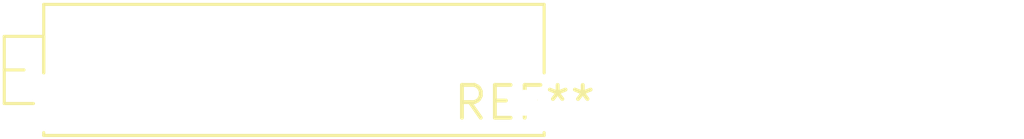
<source format=kicad_pcb>
(kicad_pcb (version 20240108) (generator pcbnew)
  (layers (0 "F.Cu" signal) (31 "B.Cu" signal) (34 "B.Paste" user) (35 "F.Paste" user) (36 "B.SilkS" user "B.Silkscreen") (37 "F.SilkS" user "F.Silkscreen") (38 "B.Mask" user) (39 "F.Mask" user) (44 "Edge.Cuts" user))
  (net 0 "")
  (footprint "Potentiometer_Bourns_3006Y_Horizontal" (layer "F.Cu") (at 0 0)
    (property "Reference" "REF**")
    (property "Value" "Potentiometer_Bourns_3006Y_Horizontal")
    (fp_line (start -20.06 -2.569) (end -20.06 0.03) (layer "F.SilkS") (stroke (width 0.12)))
    (fp_line (start -20.06 -2.569) (end -18.541 -2.569) (layer "F.SilkS") (stroke (width 0.12)))
    (fp_line (start -20.06 -1.27) (end -19.301 -1.27) (layer "F.SilkS") (stroke (width 0.12)))
    (fp_line (start -20.06 0.03) (end -18.935 0.03) (layer "F.SilkS") (stroke (width 0.12)))
    (fp_line (start -18.541 -2.569) (end -18.541 -1.155) (layer "F.SilkS") (stroke (width 0.12)))
    (fp_line (start -18.54 -3.805) (end -18.54 -1.155) (layer "F.SilkS") (stroke (width 0.12)))
    (fp_line (start -18.54 -3.805) (end 0.75 -3.805) (layer "F.SilkS") (stroke (width 0.12)))
    (fp_line (start -18.54 1.155) (end -18.54 1.265) (layer "F.SilkS") (stroke (width 0.12)))
    (fp_line (start -18.54 1.265) (end 0.75 1.265) (layer "F.SilkS") (stroke (width 0.12)))
    (fp_line (start 0.75 -3.805) (end 0.75 -1.155) (layer "F.SilkS") (stroke (width 0.12)))
    (fp_line (start 0.75 1.155) (end 0.75 1.265) (layer "F.SilkS") (stroke (width 0.12)))
    (pad "1" thru_hole circle (at 0 0) (size 1.8 1.8) (drill 1) (layers *.Cu *.Mask) (remove_unused_layers))
    (pad "2" thru_hole circle (at -10.16 -2.54) (size 1.8 1.8) (drill 1) (layers *.Cu *.Mask) (remove_unused_layers))
    (pad "3" thru_hole circle (at -17.78 0) (size 1.8 1.8) (drill 1) (layers *.Cu *.Mask) (remove_unused_layers))
  )
)
</source>
